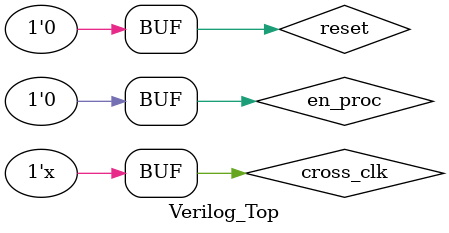
<source format=v>
`timescale 1ns / 1ps
module Verilog_Top;

	// Inputs
	reg reset;
	reg cross_clk;
	reg en_proc; 

	verilog_tracklet_top uut(
		.reset(reset), 
		.clk(cross_clk), 
		.en_proc(en_proc)
	);


	initial begin
		// Initialize Inputs
		reset = 0;
		cross_clk = 0;
		en_proc = 0;

		// Wait 100 ns for global reset to finish
		#100;
        
		// Add stimulus here

	end

	// Add stimulus here
	// clocks
	always begin
		//#3 cross_clk = ~cross_clk;   	// 166 MHz
		#2 cross_clk = ~cross_clk;		// 250 MHz
	end

	// reset
	initial begin
	#110
		reset = 1'b1;
	#10
		reset = 1'b0;
	end


endmodule

</source>
